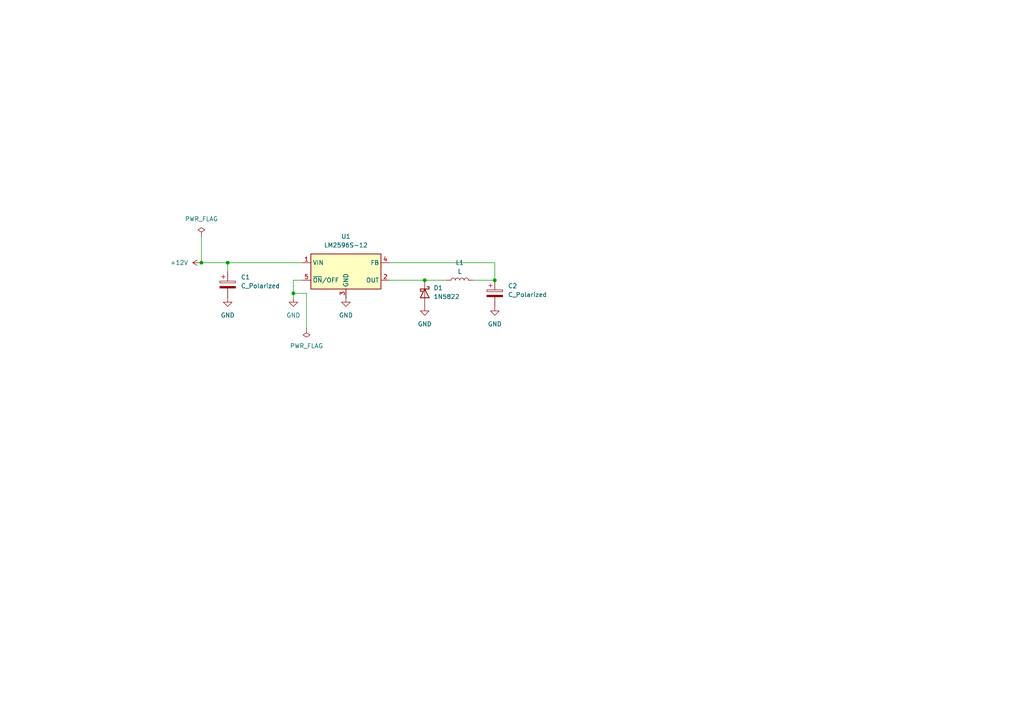
<source format=kicad_sch>
(kicad_sch (version 20250114) (generator "eeschema") (generator_version "9.0")
  (paper "A4")
  (lib_symbols
    (symbol "Device:C_Polarized" (pin_numbers (hide yes)) (pin_names (offset 0.254))
      (property "Reference" "C" (at 0.635 2.54 0))
      (property "Value" "C_Polarized" (at 0.635 -2.54 0))
      (symbol "C_Polarized_0_1"
        (rectangle (start -2.286 0.508) (end 2.286 1.016))
        (polyline (pts (xy -1.778 2.286) (xy -0.762 2.286)))
        (polyline (pts (xy -1.27 2.794) (xy -1.27 1.778)))
        (rectangle (start 2.286 -0.508) (end -2.286 -1.016) (fill (type outline)))
      )
      (symbol "C_Polarized_1_1"
        (pin passive line (at 0 3.81 270) (length 2.794) (name "~") (number "1"))
        (pin passive line (at 0 -3.81 90) (length 2.794) (name "~") (number "2"))
      )
    )
    (symbol "Device:L" (pin_numbers (hide yes)) (pin_names (offset 1.016) (hide yes))
      (property "Reference" "L" (at -1.27 0 90))
      (property "Value" "L" (at 1.905 0 90))
      (symbol "L_0_1"
        (arc (start 0 2.54) (mid 0.6323 1.905) (end 0 1.27))
        (arc (start 0 1.27) (mid 0.6323 0.635) (end 0 0))
        (arc (start 0 0) (mid 0.6323 -0.635) (end 0 -1.27))
        (arc (start 0 -1.27) (mid 0.6323 -1.905) (end 0 -2.54))
      )
      (symbol "L_1_1"
        (pin passive line (at 0 3.81 270) (length 1.27) (name "1") (number "1"))
        (pin passive line (at 0 -3.81 90) (length 1.27) (name "2") (number "2"))
      )
    )
    (symbol "Diode:1N5822" (pin_numbers (hide yes)) (pin_names (offset 1.016) (hide yes))
      (property "Reference" "D" (at 0 2.54 0))
      (property "Value" "1N5822" (at 0 -2.54 0))
      (symbol "1N5822_0_1"
        (polyline (pts (xy -1.905 0.635) (xy -1.905 1.27) (xy -1.27 1.27) (xy -1.27 -1.27) (xy -0.635 -1.27) (xy -0.635 -0.635)) (stroke (width 0.254)))
        (polyline (pts (xy 1.27 1.27) (xy 1.27 -1.27) (xy -1.27 0) (xy 1.27 1.27)) (stroke (width 0.254)))
        (polyline (pts (xy 1.27 0) (xy -1.27 0)))
      )
      (symbol "1N5822_1_1"
        (pin passive line (at -3.81 0 0) (length 2.54) (name "K") (number "1"))
        (pin passive line (at 3.81 0 180) (length 2.54) (name "A") (number "2"))
      )
    )
    (symbol "Regulator_Switching:LM2596S-12"
      (property "Reference" "U" (at -10.16 6.35 0))
      (property "Value" "LM2596S-12" (at 0 6.35 0))
      (symbol "LM2596S-12_0_1"
        (rectangle (start -10.16 5.08) (end 10.16 -5.08) (stroke (width 0.254)) (fill (type background)))
      )
      (symbol "LM2596S-12_1_1"
        (pin power_in line (at -12.7 2.54 0) (length 2.54) (name "VIN") (number "1"))
        (pin input line (at -12.7 -2.54 0) (length 2.54) (name "~{ON}/OFF") (number "5"))
        (pin power_in line (at 0 -7.62 90) (length 2.54) (name "GND") (number "3"))
        (pin input line (at 12.7 2.54 180) (length 2.54) (name "FB") (number "4"))
        (pin output line (at 12.7 -2.54 180) (length 2.54) (name "OUT") (number "2"))
      )
    )
    (symbol "power:+12V" (power) (pin_numbers (hide yes)) (pin_names (offset 0) (hide yes))
      (property "Value" "+12V" (at 0 3.556 0))
      (symbol "+12V_0_1"
        (polyline (pts (xy -0.762 1.27) (xy 0 2.54)))
        (polyline (pts (xy 0 2.54) (xy 0.762 1.27)))
        (polyline (pts (xy 0 0) (xy 0 2.54)))
      )
      (symbol "+12V_1_1"
        (pin power_in line (at 0 0 90) (length 0) (name "~") (number "1"))
      )
    )
    (symbol "power:GND" (power) (pin_numbers (hide yes)) (pin_names (offset 0) (hide yes))
      (property "Value" "GND" (at 0 -3.81 0))
      (symbol "GND_0_1"
        (polyline (pts (xy 0 0) (xy 0 -1.27) (xy 1.27 -1.27) (xy 0 -2.54) (xy -1.27 -1.27) (xy 0 -1.27)))
      )
      (symbol "GND_1_1"
        (pin power_in line (at 0 0 270) (length 0) (name "~") (number "1"))
      )
    )
    (symbol "power:PWR_FLAG" (power) (pin_numbers (hide yes)) (pin_names (offset 0) (hide yes))
      (property "Value" "PWR_FLAG" (at 0 3.81 0))
      (symbol "PWR_FLAG_0_0"
        (pin power_out line (at 0 0 90) (length 0) (name "~") (number "1"))
      )
      (symbol "PWR_FLAG_0_1"
        (polyline (pts (xy 0 0) (xy 0 1.27) (xy -1.016 1.905) (xy 0 2.54) (xy 1.016 1.905) (xy 0 1.27)))
      )
    )
  )
  (junction (at 58.42 76.2))
  (junction (at 143.51 81.28))
  (junction (at 85.09 85.09))
  (junction (at 123.19 81.28))
  (junction (at 66.04 76.2))
  (wire (pts (xy 66.04 76.2) (xy 87.63 76.2)))
  (wire (pts (xy 123.19 81.28) (xy 129.54 81.28)))
  (wire (pts (xy 137.16 81.28) (xy 143.51 81.28)))
  (wire (pts (xy 88.9 95.25) (xy 88.9 85.09)))
  (wire (pts (xy 58.42 76.2) (xy 66.04 76.2)))
  (wire (pts (xy 85.09 85.09) (xy 88.9 85.09)))
  (wire (pts (xy 66.04 76.2) (xy 66.04 78.74)))
  (wire (pts (xy 113.03 81.28) (xy 123.19 81.28)))
  (wire (pts (xy 85.09 81.28) (xy 87.63 81.28)))
  (wire (pts (xy 85.09 86.36) (xy 85.09 85.09)))
  (wire (pts (xy 143.51 76.2) (xy 143.51 81.28)))
  (wire (pts (xy 85.09 85.09) (xy 85.09 81.28)))
  (wire (pts (xy 58.42 68.58) (xy 58.42 76.2)))
  (wire (pts (xy 113.03 76.2) (xy 143.51 76.2)))
  (symbol (lib_id "power:GND") (at 85.09 86.36 0) (unit 1)
    (property "Reference" "#PWR06" (effects (hide yes)))
    (property "Value" "GND" (at 85.09 91.44 0))
    (property "Description" "Power symbol creates a global label with name \"GND\" , ground" (effects (hide yes)))
  )
  (symbol (lib_id "power:GND") (at 100.33 86.36 0) (unit 1)
    (property "Reference" "#PWR03" (effects (hide yes)))
    (property "Value" "GND" (at 100.33 91.44 0))
    (property "Description" "Power symbol creates a global label with name \"GND\" , ground" (effects (hide yes)))
  )
  (symbol (lib_id "power:+12V") (at 58.42 76.2 90) (unit 1)
    (property "Reference" "#PWR01" (effects (hide yes)))
    (property "Value" "+12V" (at 54.61 76.1999 90) (effects (justify left)))
    (property "Description" "Power symbol creates a global label with name \"+12V\"" (effects (hide yes)))
  )
  (symbol (lib_id "Diode:1N5822") (at 123.19 85.09 270) (unit 1)
    (property "Reference" "D1" (at 125.73 83.5024 90) (effects (justify left)))
    (property "Value" "1N5822" (at 125.73 86.0424 90) (effects (justify left)))
    (property "Footprint" "Diode_SMD:D_3220_8050Metric_Pad2.65x5.15mm_HandSolder" (effects (hide yes)))
    (property "Datasheet" "http://www.vishay.com/docs/88526/1n5820.pdf" (effects (hide yes)))
    (property "Description" "40V 3A Schottky Barrier Rectifier Diode, DO-201AD" (effects (hide yes)))
  )
  (symbol (lib_id "Regulator_Switching:LM2596S-12") (at 100.33 78.74 0) (unit 1)
    (property "Reference" "U1" (at 100.33 68.58 0))
    (property "Value" "LM2596S-12" (at 100.33 71.12 0))
    (property "Footprint" "Package_TO_SOT_SMD:TO-263-5_TabPin3" (effects (hide yes)))
    (property "Datasheet" "http://www.ti.com/lit/ds/symlink/lm2596.pdf" (effects (hide yes)))
    (property "Description" "12V 3A Step-Down Voltage Regulator, TO-263" (effects (hide yes)))
  )
  (symbol (lib_id "power:GND") (at 123.19 88.9 0) (unit 1)
    (property "Reference" "#PWR04" (effects (hide yes)))
    (property "Value" "GND" (at 123.19 93.98 0))
    (property "Description" "Power symbol creates a global label with name \"GND\" , ground" (effects (hide yes)))
  )
  (symbol (lib_id "Device:C_Polarized") (at 143.51 85.09 0) (unit 1)
    (property "Reference" "C2" (at 147.32 82.9309 0) (effects (justify left)))
    (property "Value" "C_Polarized" (at 147.32 85.4709 0) (effects (justify left)))
    (property "Footprint" "Capacitor_SMD:CP_Elec_5x3" (effects (hide yes)))
    (property "Description" "Polarized capacitor" (effects (hide yes)))
  )
  (symbol (lib_id "Device:L") (at 133.35 81.28 90) (unit 1)
    (property "Reference" "L1" (at 133.35 76.2 90))
    (property "Value" "L" (at 133.35 78.74 90))
    (property "Footprint" "Inductor_SMD:L_0805_2012Metric_Pad1.15x1.40mm_HandSolder" (effects (hide yes)))
    (property "Description" "Inductor" (effects (hide yes)))
  )
  (symbol (lib_id "power:GND") (at 143.51 88.9 0) (unit 1)
    (property "Reference" "#PWR05" (effects (hide yes)))
    (property "Value" "GND" (at 143.51 93.98 0))
    (property "Description" "Power symbol creates a global label with name \"GND\" , ground" (effects (hide yes)))
  )
  (symbol (lib_id "power:PWR_FLAG") (at 58.42 68.58 0) (unit 1)
    (property "Reference" "#FLG01" (effects (hide yes)))
    (property "Value" "PWR_FLAG" (at 58.42 63.5 0))
    (property "Description" "Special symbol for telling ERC where power comes from" (effects (hide yes)))
  )
  (symbol (lib_id "power:PWR_FLAG") (at 88.9 95.25 180) (unit 1)
    (property "Reference" "#FLG02" (effects (hide yes)))
    (property "Value" "PWR_FLAG" (at 88.9 100.33 0))
    (property "Description" "Special symbol for telling ERC where power comes from" (effects (hide yes)))
  )
  (symbol (lib_id "power:GND") (at 66.04 86.36 0) (unit 1)
    (property "Reference" "#PWR02" (effects (hide yes)))
    (property "Value" "GND" (at 66.04 91.44 0))
    (property "Description" "Power symbol creates a global label with name \"GND\" , ground" (effects (hide yes)))
  )
  (symbol (lib_id "Device:C_Polarized") (at 66.04 82.55 0) (unit 1)
    (property "Reference" "C1" (at 69.85 80.3909 0) (effects (justify left)))
    (property "Value" "C_Polarized" (at 69.85 82.9309 0) (effects (justify left)))
    (property "Footprint" "Capacitor_SMD:CP_Elec_5x3" (effects (hide yes)))
    (property "Description" "Polarized capacitor" (effects (hide yes)))
  )
)
</source>
